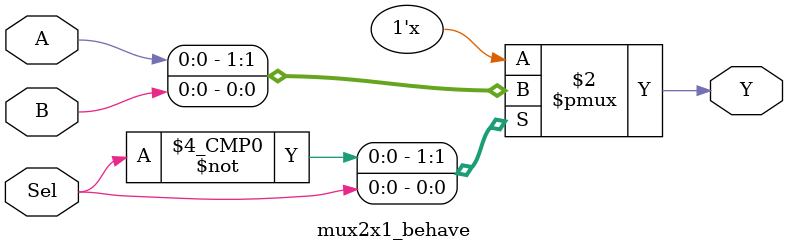
<source format=sv>
module mux2x1_behave(input A, B, Sel, output Y);
  always@(*)begin
    case(Sel)
      1'b0: Y=A;
      1'b1: Y=B;
    endcase
  end
endmodule

</source>
